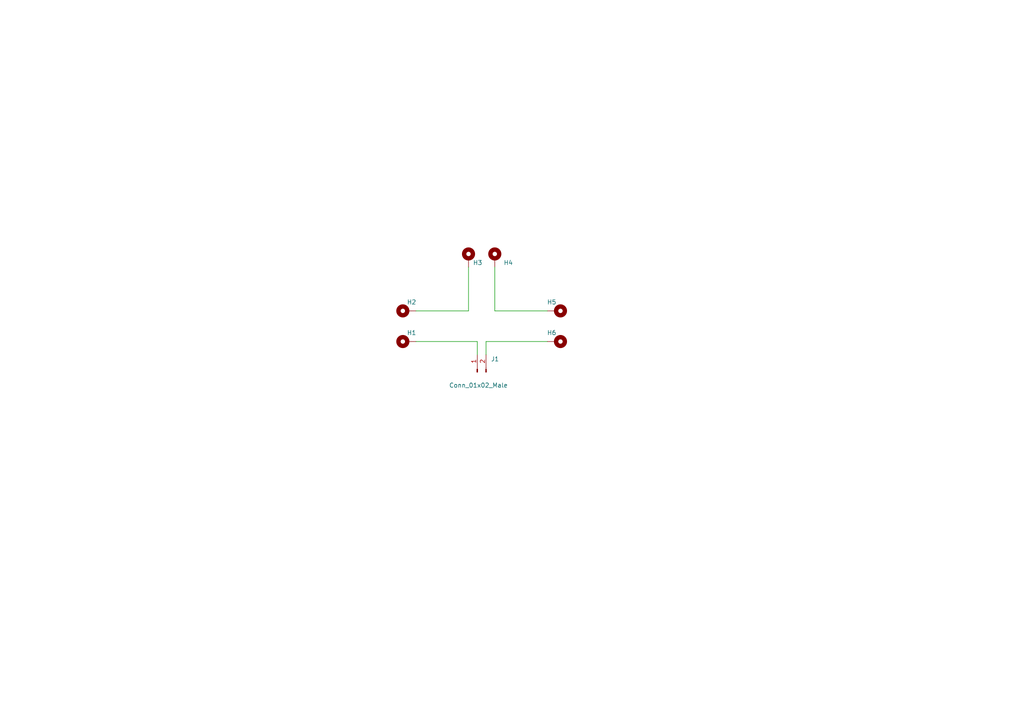
<source format=kicad_sch>
(kicad_sch (version 20211123) (generator eeschema)
  (paper "A4")
  (lib_symbols
    (symbol "Connector:Conn_01x02_Male" (pin_names (offset 1.016) hide)
      (property "Reference" "J" (at 0 2.54 0))
      (property "Value" "Conn_01x02_Male" (at 0 -5.08 0))
      (symbol "Conn_01x02_Male_1_1"
        (polyline (pts (xy 1.27 -2.54) (xy 0.8636 -2.54)) (stroke (width 0.1524)))
        (polyline (pts (xy 1.27 0) (xy 0.8636 0)) (stroke (width 0.1524)))
        (rectangle (start 0.8636 -2.413) (end 0 -2.667) (stroke (width 0.1524)) (fill (type outline)))
        (rectangle (start 0.8636 0.127) (end 0 -0.127) (stroke (width 0.1524)) (fill (type outline)))
        (pin passive line (at 5.08 0 180) (length 3.81) (name "Pin_1") (number "1"))
        (pin passive line (at 5.08 -2.54 180) (length 3.81) (name "Pin_2") (number "2"))
      )
    )
    (symbol "Mechanical:MountingHole_Pad" (pin_numbers hide) (pin_names (offset 1.016) hide)
      (property "Reference" "H" (at 0 6.35 0))
      (property "Value" "MountingHole_Pad" (at 0 4.445 0))
      (symbol "MountingHole_Pad_0_1"
        (circle (center 0 1.27) (radius 1.27) (stroke (width 1.27)))
      )
      (symbol "MountingHole_Pad_1_1"
        (pin input line (at 0 -2.54 90) (length 2.54) (name "1") (number "1"))
      )
    )
  )
  (wire (pts (xy 140.97 99.06) (xy 158.75 99.06)))
  (wire (pts (xy 140.97 102.87) (xy 140.97 99.06)))
  (wire (pts (xy 138.43 99.06) (xy 138.43 102.87)))
  (wire (pts (xy 135.89 90.17) (xy 120.65 90.17)))
  (wire (pts (xy 120.65 99.06) (xy 138.43 99.06)))
  (wire (pts (xy 143.51 90.17) (xy 143.51 77.47)))
  (wire (pts (xy 135.89 77.47) (xy 135.89 90.17)))
  (wire (pts (xy 158.75 90.17) (xy 143.51 90.17)))
  (symbol (lib_id "Mechanical:MountingHole_Pad") (at 118.11 99.06 90) (unit 1)
    (property "Reference" "H1" (at 119.38 96.52 90))
    (property "Value" "MountingHole_Pad" (effects hide))
    (property "Footprint" "MountingHole:MountingHole_3.2mm_M3_DIN965_Pad" (effects hide))
  )
  (symbol (lib_id "Connector:Conn_01x02_Male") (at 138.43 107.95 90) (unit 1)
    (property "Reference" "J1" (at 144.78 104.14 90) (effects (justify left)))
    (property "Value" "Conn_01x02_Male" (at 147.32 111.76 90) (effects (justify left)))
    (property "Footprint" "Connector_PinHeader_2.54mm:PinHeader_1x02_P2.54mm_Vertical" (effects hide))
  )
  (symbol (lib_id "Mechanical:MountingHole_Pad") (at 161.29 99.06 270) (unit 1)
    (property "Reference" "H6" (at 160.02 96.52 90))
    (property "Value" "MountingHole_Pad" (effects hide))
    (property "Footprint" "MountingHole:MountingHole_3.2mm_M3_DIN965_Pad" (effects hide))
  )
  (symbol (lib_id "Mechanical:MountingHole_Pad") (at 143.51 74.93 0) (unit 1)
    (property "Reference" "H4" (at 146.05 76.2 0) (effects (justify left)))
    (property "Value" "MountingHole_Pad" (effects hide))
    (property "Footprint" "MountingHole:MountingHole_3.2mm_M3_DIN965_Pad" (effects hide))
  )
  (symbol (lib_id "Mechanical:MountingHole_Pad") (at 161.29 90.17 270) (unit 1)
    (property "Reference" "H5" (at 160.02 87.63 90))
    (property "Value" "MountingHole_Pad" (effects hide))
    (property "Footprint" "MountingHole:MountingHole_3.2mm_M3_DIN965_Pad" (effects hide))
  )
  (symbol (lib_id "Mechanical:MountingHole_Pad") (at 135.89 74.93 0) (unit 1)
    (property "Reference" "H3" (at 137.16 76.2 0) (effects (justify left)))
    (property "Value" "MountingHole_Pad" (effects hide))
    (property "Footprint" "MountingHole:MountingHole_3.2mm_M3_DIN965_Pad" (effects hide))
  )
  (symbol (lib_id "Mechanical:MountingHole_Pad") (at 118.11 90.17 90) (unit 1)
    (property "Reference" "H2" (at 119.38 87.63 90))
    (property "Value" "MountingHole_Pad" (effects hide))
    (property "Footprint" "MountingHole:MountingHole_3.2mm_M3_DIN965_Pad" (effects hide))
  )
)
</source>
